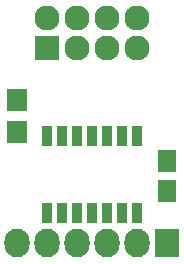
<source format=gbr>
G04 #@! TF.FileFunction,Soldermask,Bot*
%FSLAX46Y46*%
G04 Gerber Fmt 4.6, Leading zero omitted, Abs format (unit mm)*
G04 Created by KiCad (PCBNEW 4.0.1-stable) date Thu 28 Jan 2016 04:51:10 PM EET*
%MOMM*%
G01*
G04 APERTURE LIST*
%ADD10C,0.100000*%
%ADD11R,0.908000X1.743000*%
%ADD12R,2.127200X2.127200*%
%ADD13O,2.127200X2.127200*%
%ADD14R,1.650000X1.900000*%
%ADD15R,2.127200X2.432000*%
%ADD16O,2.127200X2.432000*%
%ADD17R,1.700000X1.900000*%
G04 APERTURE END LIST*
D10*
D11*
X144780000Y-111533000D03*
X146050000Y-111533000D03*
X147320000Y-111533000D03*
X148590000Y-111533000D03*
X149860000Y-111533000D03*
X151130000Y-111533000D03*
X152400000Y-111533000D03*
X152400000Y-118083000D03*
X151130000Y-118083000D03*
X148590000Y-118083000D03*
X147320000Y-118083000D03*
X146050000Y-118083000D03*
X144780000Y-118083000D03*
X149860000Y-118083000D03*
D12*
X144780000Y-104140000D03*
D13*
X144780000Y-101600000D03*
X147320000Y-104140000D03*
X147320000Y-101600000D03*
X149860000Y-104140000D03*
X149860000Y-101600000D03*
X152400000Y-104140000D03*
X152400000Y-101600000D03*
D14*
X154940000Y-116185000D03*
X154940000Y-113685000D03*
D15*
X154940000Y-120650000D03*
D16*
X152400000Y-120650000D03*
X149860000Y-120650000D03*
X147320000Y-120650000D03*
X144780000Y-120650000D03*
X142240000Y-120650000D03*
D17*
X142240000Y-111205000D03*
X142240000Y-108505000D03*
M02*

</source>
